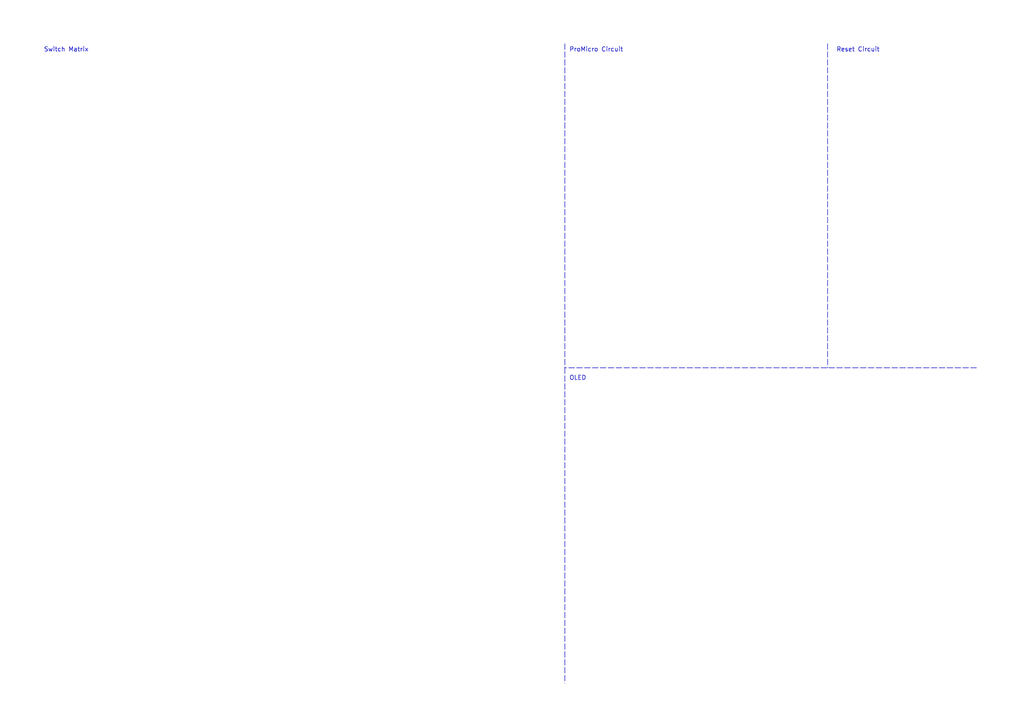
<source format=kicad_sch>
(kicad_sch (version 20211123) (generator eeschema)

  (uuid c4877035-982e-4fbe-b6ee-a346038540c3)

  (paper "A4")

  (lib_symbols
  )


  (polyline (pts (xy 283.21 106.68) (xy 163.83 106.68))
    (stroke (width 0) (type default) (color 0 0 0 0))
    (uuid 65649263-b02e-4809-8068-efd9c7afc81d)
  )
  (polyline (pts (xy 163.83 106.68) (xy 163.83 198.12))
    (stroke (width 0) (type default) (color 0 0 0 0))
    (uuid 671d24a7-c5dd-4368-a58b-a56187e38d3e)
  )
  (polyline (pts (xy 240.03 12.7) (xy 240.03 106.68))
    (stroke (width 0) (type default) (color 0 0 0 0))
    (uuid 6c32ecae-959e-4038-849c-a9fa377901b5)
  )
  (polyline (pts (xy 163.83 12.7) (xy 163.83 106.68))
    (stroke (width 0) (type default) (color 0 0 0 0))
    (uuid ab6a5d42-0e0b-4380-85d0-e968f86b7914)
  )

  (text "ProMicro Circuit\n" (at 165.1 15.24 0)
    (effects (font (size 1.27 1.27)) (justify left bottom))
    (uuid 477bb706-539f-4bea-809f-0502e6fdbdf1)
  )
  (text "Reset Circuit\n" (at 242.57 15.24 0)
    (effects (font (size 1.27 1.27)) (justify left bottom))
    (uuid 501a336c-5c2f-4bac-a850-e14c1442b82c)
  )
  (text "Switch Matrix\n" (at 12.7 15.24 0)
    (effects (font (size 1.27 1.27)) (justify left bottom))
    (uuid a549a130-ef65-4a20-827e-28a4fc948228)
  )
  (text "OLED\n" (at 165.1 110.49 0)
    (effects (font (size 1.27 1.27)) (justify left bottom))
    (uuid f298942f-9d25-492f-9646-e2680f59b19f)
  )

  (sheet_instances
    (path "/" (page "1"))
  )
)

</source>
